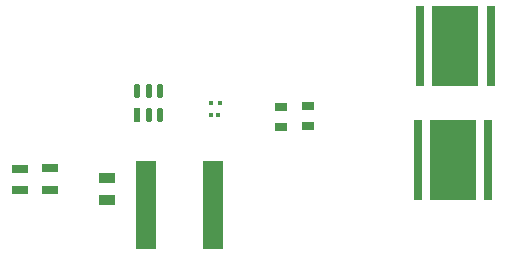
<source format=gtp>
G04*
G04 #@! TF.GenerationSoftware,Altium Limited,Altium Designer,24.1.2 (44)*
G04*
G04 Layer_Color=8421504*
%FSLAX44Y44*%
%MOMM*%
G71*
G04*
G04 #@! TF.SameCoordinates,3802B111-1C7E-4A17-9201-CC646305CB20*
G04*
G04*
G04 #@! TF.FilePolarity,Positive*
G04*
G01*
G75*
%ADD15R,0.4500X0.4500*%
%ADD16R,0.4500X0.3500*%
%ADD17R,1.8000X7.5000*%
%ADD18R,0.5321X1.2544*%
G04:AMPARAMS|DCode=19|XSize=1.2544mm|YSize=0.5321mm|CornerRadius=0.2661mm|HoleSize=0mm|Usage=FLASHONLY|Rotation=90.000|XOffset=0mm|YOffset=0mm|HoleType=Round|Shape=RoundedRectangle|*
%AMROUNDEDRECTD19*
21,1,1.2544,0.0000,0,0,90.0*
21,1,0.7223,0.5321,0,0,90.0*
1,1,0.5321,0.0000,0.3611*
1,1,0.5321,0.0000,-0.3611*
1,1,0.5321,0.0000,-0.3611*
1,1,0.5321,0.0000,0.3611*
%
%ADD19ROUNDEDRECTD19*%
%ADD20R,1.4000X0.9500*%
%ADD21R,0.7000X6.7600*%
%ADD22R,3.9000X6.7600*%
%ADD23R,1.0500X0.6500*%
G04:AMPARAMS|DCode=24|XSize=1.3mm|YSize=0.76mm|CornerRadius=0.095mm|HoleSize=0mm|Usage=FLASHONLY|Rotation=0.000|XOffset=0mm|YOffset=0mm|HoleType=Round|Shape=RoundedRectangle|*
%AMROUNDEDRECTD24*
21,1,1.3000,0.5700,0,0,0.0*
21,1,1.1100,0.7600,0,0,0.0*
1,1,0.1900,0.5550,-0.2850*
1,1,0.1900,-0.5550,-0.2850*
1,1,0.1900,-0.5550,0.2850*
1,1,0.1900,0.5550,0.2850*
%
%ADD24ROUNDEDRECTD24*%
D15*
X311340Y203200D02*
D03*
X303340D02*
D03*
D16*
X303380Y193040D02*
D03*
X309880D02*
D03*
D17*
X248920Y116840D02*
D03*
X304920D02*
D03*
D18*
X241300Y192354D02*
D03*
D19*
X250800D02*
D03*
X260300D02*
D03*
Y213360D02*
D03*
X250800D02*
D03*
X241300D02*
D03*
D20*
X215138Y120650D02*
D03*
Y139150D02*
D03*
D21*
X480540Y251460D02*
D03*
X540540D02*
D03*
X478480Y154940D02*
D03*
X538480D02*
D03*
D22*
X510540Y251460D02*
D03*
X508480Y154940D02*
D03*
D23*
X386080Y200660D02*
D03*
Y183660D02*
D03*
X363220Y199880D02*
D03*
Y182880D02*
D03*
D24*
X167640Y147440D02*
D03*
Y129540D02*
D03*
X142240Y147320D02*
D03*
Y129420D02*
D03*
M02*

</source>
